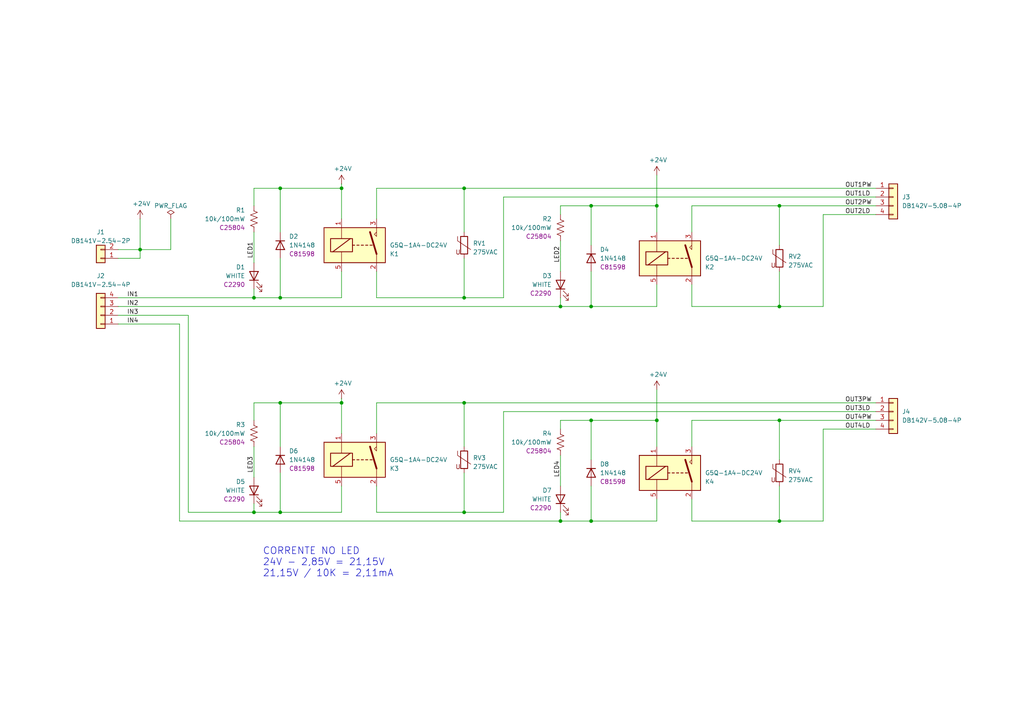
<source format=kicad_sch>
(kicad_sch (version 20250114) (generator "eeschema") (generator_version "9.0")
  (paper "A4")
  (title_block (title "4x 24V 8A Relay Module") (date "2023-05-21") (rev "V1"))
  (lib_symbols
    (symbol "Connector_Generic:Conn_01x02" (pin_names (offset 1.016) (hide yes))
      (property "Reference" "J" (at 0 2.54 0))
      (property "Value" "Conn_01x02" (at 0 -5.08 0))
      (symbol "Conn_01x02_1_1"
        (rectangle (start -1.27 1.27) (end 1.27 -3.81) (stroke (width 0.254)) (fill (type background)))
        (rectangle (start -1.27 0.127) (end 0 -0.127) (stroke (width 0.1524)))
        (rectangle (start -1.27 -2.413) (end 0 -2.667) (stroke (width 0.1524)))
        (pin passive line (at -5.08 0 0) (length 3.81) (name "Pin_1") (number "1"))
        (pin passive line (at -5.08 -2.54 0) (length 3.81) (name "Pin_2") (number "2"))
      )
    )
    (symbol "Connector_Generic:Conn_01x04" (pin_names (offset 1.016) (hide yes))
      (property "Reference" "J" (at 0 5.08 0))
      (property "Value" "Conn_01x04" (at 0 -7.62 0))
      (symbol "Conn_01x04_1_1"
        (rectangle (start -1.27 3.81) (end 1.27 -6.35) (stroke (width 0.254)) (fill (type background)))
        (rectangle (start -1.27 2.667) (end 0 2.413) (stroke (width 0.1524)))
        (rectangle (start -1.27 0.127) (end 0 -0.127) (stroke (width 0.1524)))
        (rectangle (start -1.27 -2.413) (end 0 -2.667) (stroke (width 0.1524)))
        (rectangle (start -1.27 -4.953) (end 0 -5.207) (stroke (width 0.1524)))
        (pin passive line (at -5.08 2.54 0) (length 3.81) (name "Pin_1") (number "1"))
        (pin passive line (at -5.08 0 0) (length 3.81) (name "Pin_2") (number "2"))
        (pin passive line (at -5.08 -2.54 0) (length 3.81) (name "Pin_3") (number "3"))
        (pin passive line (at -5.08 -5.08 0) (length 3.81) (name "Pin_4") (number "4"))
      )
    )
    (symbol "Device:D" (pin_numbers (hide yes)) (pin_names (offset 1.016) (hide yes))
      (property "Reference" "D" (at 0 2.54 0))
      (property "Value" "D" (at 0 -2.54 0))
      (symbol "D_0_1"
        (polyline (pts (xy -1.27 1.27) (xy -1.27 -1.27)) (stroke (width 0.254)))
        (polyline (pts (xy 1.27 1.27) (xy 1.27 -1.27) (xy -1.27 0) (xy 1.27 1.27)) (stroke (width 0.254)))
        (polyline (pts (xy 1.27 0) (xy -1.27 0)))
      )
      (symbol "D_1_1"
        (pin passive line (at -3.81 0 0) (length 2.54) (name "K") (number "1"))
        (pin passive line (at 3.81 0 180) (length 2.54) (name "A") (number "2"))
      )
    )
    (symbol "Device:LED" (pin_numbers (hide yes)) (pin_names (offset 1.016) (hide yes))
      (property "Reference" "D" (at 0 2.54 0))
      (property "Value" "LED" (at 0 -2.54 0))
      (symbol "LED_0_1"
        (polyline (pts (xy -3.048 -0.762) (xy -4.572 -2.286) (xy -3.81 -2.286) (xy -4.572 -2.286) (xy -4.572 -1.524)))
        (polyline (pts (xy -1.778 -0.762) (xy -3.302 -2.286) (xy -2.54 -2.286) (xy -3.302 -2.286) (xy -3.302 -1.524)))
        (polyline (pts (xy -1.27 0) (xy 1.27 0)))
        (polyline (pts (xy -1.27 -1.27) (xy -1.27 1.27)) (stroke (width 0.254)))
        (polyline (pts (xy 1.27 -1.27) (xy 1.27 1.27) (xy -1.27 0) (xy 1.27 -1.27)) (stroke (width 0.254)))
      )
      (symbol "LED_1_1"
        (pin passive line (at -3.81 0 0) (length 2.54) (name "K") (number "1"))
        (pin passive line (at 3.81 0 180) (length 2.54) (name "A") (number "2"))
      )
    )
    (symbol "Device:R_US" (pin_numbers (hide yes)) (pin_names (offset 0))
      (property "Reference" "R" (at 2.54 0 90))
      (property "Value" "R_US" (at -2.54 0 90))
      (symbol "R_US_0_1"
        (polyline (pts (xy 0 2.286) (xy 0 2.54)))
        (polyline (pts (xy 0 2.286) (xy 1.016 1.905) (xy 0 1.524) (xy -1.016 1.143) (xy 0 0.762)))
        (polyline (pts (xy 0 0.762) (xy 1.016 0.381) (xy 0 0) (xy -1.016 -0.381) (xy 0 -0.762)))
        (polyline (pts (xy 0 -0.762) (xy 1.016 -1.143) (xy 0 -1.524) (xy -1.016 -1.905) (xy 0 -2.286)))
        (polyline (pts (xy 0 -2.286) (xy 0 -2.54)))
      )
      (symbol "R_US_1_1"
        (pin passive line (at 0 3.81 270) (length 1.27) (name "~") (number "1"))
        (pin passive line (at 0 -3.81 90) (length 1.27) (name "~") (number "2"))
      )
    )
    (symbol "Device:Varistor" (pin_numbers (hide yes)) (pin_names (offset 0))
      (property "Reference" "RV" (at 3.175 0 90))
      (property "Value" "Varistor" (at -3.175 0 90))
      (symbol "Varistor_0_0"
        (text "U" (at -1.778 -2.032 0) (effects (font (size 1.27 1.27))))
      )
      (symbol "Varistor_0_1"
        (polyline (pts (xy -1.905 2.54) (xy -1.905 1.27) (xy 1.905 -1.27)))
        (rectangle (start -1.016 -2.54) (end 1.016 2.54) (stroke (width 0.254)))
      )
      (symbol "Varistor_1_1"
        (pin passive line (at 0 3.81 270) (length 1.27) (name "~") (number "1"))
        (pin passive line (at 0 -3.81 90) (length 1.27) (name "~") (number "2"))
      )
    )
    (symbol "Tales:G5Q-1A"
      (property "Reference" "K" (at 8.89 3.81 0))
      (property "Value" "G5Q-1A" (at 8.89 1.27 0))
      (symbol "G5Q-1A_0_0"
        (polyline (pts (xy 5.08 5.08) (xy 5.08 2.54) (xy 4.445 3.175) (xy 5.08 3.81)))
      )
      (symbol "G5Q-1A_0_1"
        (rectangle (start -10.16 5.08) (end 7.62 -5.08) (stroke (width 0.254)) (fill (type background)))
        (rectangle (start -8.255 1.905) (end -1.905 -1.905) (stroke (width 0.254)))
        (polyline (pts (xy -7.62 -1.905) (xy -2.54 1.905)) (stroke (width 0.254)))
        (polyline (pts (xy -5.08 5.08) (xy -5.08 1.905)))
        (polyline (pts (xy -5.08 -5.08) (xy -5.08 -1.905)))
        (polyline (pts (xy -1.905 0) (xy -1.27 0)) (stroke (width 0.254)))
        (polyline (pts (xy -0.635 0) (xy 0 0)) (stroke (width 0.254)))
        (polyline (pts (xy 0.635 0) (xy 1.27 0)) (stroke (width 0.254)))
        (polyline (pts (xy 1.905 0) (xy 2.54 0)) (stroke (width 0.254)))
        (polyline (pts (xy 3.175 0) (xy 3.81 0)) (stroke (width 0.254)))
        (polyline (pts (xy 5.08 -2.54) (xy 3.175 3.81)) (stroke (width 0.508)))
        (polyline (pts (xy 5.08 -2.54) (xy 5.08 -5.08)))
      )
      (symbol "G5Q-1A_1_1"
        (pin passive line (at -5.08 7.62 270) (length 2.54) (name "~") (number "1"))
        (pin passive line (at -5.08 -7.62 90) (length 2.54) (name "~") (number "5"))
        (pin passive line (at 5.08 7.62 270) (length 2.54) (name "~") (number "3"))
        (pin passive line (at 5.08 -7.62 90) (length 2.54) (name "~") (number "2"))
      )
    )
    (symbol "power:+24V" (power) (pin_numbers (hide yes)) (pin_names (offset 0) (hide yes))
      (property "Value" "+24V" (at 0 3.556 0))
      (symbol "+24V_0_1"
        (polyline (pts (xy -0.762 1.27) (xy 0 2.54)))
        (polyline (pts (xy 0 2.54) (xy 0.762 1.27)))
        (polyline (pts (xy 0 0) (xy 0 2.54)))
      )
      (symbol "+24V_1_1"
        (pin power_in line (at 0 0 90) (length 0) (name "~") (number "1"))
      )
    )
    (symbol "power:PWR_FLAG" (power) (pin_numbers (hide yes)) (pin_names (offset 0) (hide yes))
      (property "Value" "PWR_FLAG" (at 0 3.81 0))
      (symbol "PWR_FLAG_0_0"
        (pin power_out line (at 0 0 90) (length 0) (name "~") (number "1"))
      )
      (symbol "PWR_FLAG_0_1"
        (polyline (pts (xy 0 0) (xy 0 1.27) (xy -1.016 1.905) (xy 0 2.54) (xy 1.016 1.905) (xy 0 1.27)))
      )
    )
  )
  (text "CORRENTE NO LED\n24V - 2,85V = 21,15V\n21,15V / 10K = 2,11mA" (at 76.2 158.75 0) (effects (font (size 2 2)) (justify left top)))
  (junction (at 134.62 54.61))
  (junction (at 73.66 148.59))
  (junction (at 190.5 59.69))
  (junction (at 171.45 88.9))
  (junction (at 226.06 88.9))
  (junction (at 134.62 116.84))
  (junction (at 171.45 121.92))
  (junction (at 226.06 121.92))
  (junction (at 81.28 148.59))
  (junction (at 99.06 116.84))
  (junction (at 81.28 116.84))
  (junction (at 134.62 86.36))
  (junction (at 81.28 54.61))
  (junction (at 99.06 54.61))
  (junction (at 226.06 151.13))
  (junction (at 162.56 88.9))
  (junction (at 162.56 151.13))
  (junction (at 171.45 151.13))
  (junction (at 40.64 72.39))
  (junction (at 190.5 121.92))
  (junction (at 134.62 148.59))
  (junction (at 81.28 86.36))
  (junction (at 171.45 59.69))
  (junction (at 226.06 59.69))
  (junction (at 73.66 86.36))
  (wire (pts (xy 73.66 86.36) (xy 81.28 86.36)))
  (wire (pts (xy 134.62 148.59) (xy 109.22 148.59)))
  (wire (pts (xy 54.61 148.59) (xy 73.66 148.59)))
  (wire (pts (xy 99.06 115.57) (xy 99.06 116.84)))
  (wire (pts (xy 162.56 69.85) (xy 162.56 78.74)))
  (wire (pts (xy 99.06 140.97) (xy 99.06 148.59)))
  (wire (pts (xy 73.66 146.05) (xy 73.66 148.59)))
  (wire (pts (xy 146.05 57.15) (xy 146.05 86.36)))
  (wire (pts (xy 134.62 116.84) (xy 254 116.84)))
  (wire (pts (xy 171.45 140.97) (xy 171.45 151.13)))
  (wire (pts (xy 171.45 88.9) (xy 190.5 88.9)))
  (wire (pts (xy 200.66 121.92) (xy 200.66 129.54)))
  (wire (pts (xy 81.28 67.31) (xy 81.28 54.61)))
  (wire (pts (xy 190.5 82.55) (xy 190.5 88.9)))
  (wire (pts (xy 34.29 88.9) (xy 162.56 88.9)))
  (wire (pts (xy 40.64 63.5) (xy 40.64 72.39)))
  (wire (pts (xy 34.29 86.36) (xy 73.66 86.36)))
  (wire (pts (xy 162.56 121.92) (xy 162.56 124.46)))
  (wire (pts (xy 200.66 59.69) (xy 200.66 67.31)))
  (wire (pts (xy 34.29 72.39) (xy 40.64 72.39)))
  (wire (pts (xy 134.62 86.36) (xy 109.22 86.36)))
  (wire (pts (xy 146.05 148.59) (xy 134.62 148.59)))
  (wire (pts (xy 134.62 54.61) (xy 254 54.61)))
  (wire (pts (xy 190.5 50.8) (xy 190.5 59.69)))
  (wire (pts (xy 81.28 54.61) (xy 99.06 54.61)))
  (wire (pts (xy 226.06 59.69) (xy 254 59.69)))
  (wire (pts (xy 54.61 148.59) (xy 54.61 91.44)))
  (wire (pts (xy 73.66 116.84) (xy 73.66 121.92)))
  (wire (pts (xy 238.76 124.46) (xy 254 124.46)))
  (wire (pts (xy 73.66 116.84) (xy 81.28 116.84)))
  (wire (pts (xy 190.5 121.92) (xy 190.5 129.54)))
  (wire (pts (xy 162.56 151.13) (xy 171.45 151.13)))
  (wire (pts (xy 200.66 59.69) (xy 226.06 59.69)))
  (wire (pts (xy 226.06 88.9) (xy 200.66 88.9)))
  (wire (pts (xy 226.06 78.74) (xy 226.06 88.9)))
  (wire (pts (xy 99.06 78.74) (xy 99.06 86.36)))
  (wire (pts (xy 171.45 59.69) (xy 190.5 59.69)))
  (wire (pts (xy 73.66 54.61) (xy 81.28 54.61)))
  (wire (pts (xy 171.45 71.12) (xy 171.45 59.69)))
  (wire (pts (xy 162.56 59.69) (xy 171.45 59.69)))
  (wire (pts (xy 73.66 54.61) (xy 73.66 59.69)))
  (wire (pts (xy 146.05 119.38) (xy 254 119.38)))
  (wire (pts (xy 171.45 133.35) (xy 171.45 121.92)))
  (wire (pts (xy 226.06 121.92) (xy 226.06 133.35)))
  (wire (pts (xy 52.07 151.13) (xy 162.56 151.13)))
  (wire (pts (xy 171.45 121.92) (xy 190.5 121.92)))
  (wire (pts (xy 109.22 116.84) (xy 134.62 116.84)))
  (wire (pts (xy 99.06 54.61) (xy 99.06 63.5)))
  (wire (pts (xy 54.61 91.44) (xy 34.29 91.44)))
  (wire (pts (xy 200.66 121.92) (xy 226.06 121.92)))
  (wire (pts (xy 226.06 59.69) (xy 226.06 71.12)))
  (wire (pts (xy 73.66 67.31) (xy 73.66 76.2)))
  (wire (pts (xy 190.5 144.78) (xy 190.5 151.13)))
  (wire (pts (xy 109.22 116.84) (xy 109.22 125.73)))
  (wire (pts (xy 99.06 53.34) (xy 99.06 54.61)))
  (wire (pts (xy 162.56 121.92) (xy 171.45 121.92)))
  (wire (pts (xy 109.22 78.74) (xy 109.22 86.36)))
  (wire (pts (xy 134.62 137.16) (xy 134.62 148.59)))
  (wire (pts (xy 190.5 113.03) (xy 190.5 121.92)))
  (wire (pts (xy 238.76 88.9) (xy 226.06 88.9)))
  (wire (pts (xy 134.62 74.93) (xy 134.62 86.36)))
  (wire (pts (xy 200.66 144.78) (xy 200.66 151.13)))
  (wire (pts (xy 238.76 62.23) (xy 238.76 88.9)))
  (wire (pts (xy 81.28 116.84) (xy 99.06 116.84)))
  (wire (pts (xy 81.28 137.16) (xy 81.28 148.59)))
  (wire (pts (xy 146.05 57.15) (xy 254 57.15)))
  (wire (pts (xy 162.56 86.36) (xy 162.56 88.9)))
  (wire (pts (xy 81.28 129.54) (xy 81.28 116.84)))
  (wire (pts (xy 81.28 148.59) (xy 99.06 148.59)))
  (wire (pts (xy 34.29 74.93) (xy 40.64 74.93)))
  (wire (pts (xy 171.45 78.74) (xy 171.45 88.9)))
  (wire (pts (xy 238.76 151.13) (xy 226.06 151.13)))
  (wire (pts (xy 162.56 148.59) (xy 162.56 151.13)))
  (wire (pts (xy 200.66 82.55) (xy 200.66 88.9)))
  (wire (pts (xy 238.76 124.46) (xy 238.76 151.13)))
  (wire (pts (xy 254 62.23) (xy 238.76 62.23)))
  (wire (pts (xy 52.07 93.98) (xy 34.29 93.98)))
  (wire (pts (xy 109.22 54.61) (xy 109.22 63.5)))
  (wire (pts (xy 49.53 63.5) (xy 49.53 72.39)))
  (wire (pts (xy 49.53 72.39) (xy 40.64 72.39)))
  (wire (pts (xy 73.66 129.54) (xy 73.66 138.43)))
  (wire (pts (xy 171.45 151.13) (xy 190.5 151.13)))
  (wire (pts (xy 226.06 121.92) (xy 254 121.92)))
  (wire (pts (xy 81.28 86.36) (xy 99.06 86.36)))
  (wire (pts (xy 190.5 59.69) (xy 190.5 67.31)))
  (wire (pts (xy 73.66 148.59) (xy 81.28 148.59)))
  (wire (pts (xy 162.56 88.9) (xy 171.45 88.9)))
  (wire (pts (xy 52.07 151.13) (xy 52.07 93.98)))
  (wire (pts (xy 226.06 151.13) (xy 200.66 151.13)))
  (wire (pts (xy 162.56 132.08) (xy 162.56 140.97)))
  (wire (pts (xy 99.06 116.84) (xy 99.06 125.73)))
  (wire (pts (xy 134.62 116.84) (xy 134.62 129.54)))
  (wire (pts (xy 109.22 54.61) (xy 134.62 54.61)))
  (wire (pts (xy 146.05 86.36) (xy 134.62 86.36)))
  (wire (pts (xy 146.05 119.38) (xy 146.05 148.59)))
  (wire (pts (xy 162.56 59.69) (xy 162.56 62.23)))
  (wire (pts (xy 73.66 83.82) (xy 73.66 86.36)))
  (wire (pts (xy 81.28 74.93) (xy 81.28 86.36)))
  (wire (pts (xy 226.06 140.97) (xy 226.06 151.13)))
  (wire (pts (xy 40.64 74.93) (xy 40.64 72.39)))
  (wire (pts (xy 134.62 54.61) (xy 134.62 67.31)))
  (wire (pts (xy 109.22 140.97) (xy 109.22 148.59)))
  (label "IN2" (at 36.83 88.9 0))
  (label "IN4" (at 36.83 93.98 0))
  (label "IN3" (at 36.83 91.44 0))
  (label "IN1" (at 36.83 86.36 0))
  (label "LED3" (at 73.66 137.16 90))
  (label "LED2" (at 162.56 76.2 90))
  (label "LED1" (at 73.66 74.93 90))
  (label "LED4" (at 162.56 138.43 90))
  (label "OUT4LD" (at 245.11 124.46 0))
  (label "OUT3PW" (at 245.11 116.84 0))
  (label "OUT3LD" (at 245.11 119.38 0))
  (label "OUT4PW" (at 245.11 121.92 0))
  (label "OUT2LD" (at 245.11 62.23 0))
  (label "OUT1PW" (at 245.11 54.61 0))
  (label "OUT1LD" (at 245.11 57.15 0))
  (label "OUT2PW" (at 245.11 59.69 0))
  (symbol (lib_id "Connector_Generic:Conn_01x02") (at 29.21 74.93 180) (unit 1)
    (property "Reference" "J1" (at 29.21 67.31 0))
    (property "Value" "DB141V-2.54-2P" (at 29.21 69.85 0))
    (property "Footprint" "Tales:TerminalBlock_Dibo_DB141V-2.54-2P_1x02_P2.54mm_Vertical" (effects (hide yes)))
    (property "Description" "Generic connector, single row, 01x02, script generated (kicad-library-utils/schlib/autogen/connector/)" (effects (hide yes)))
    (property "JLCPCB BOM" "1" (effects (hide yes)))
    (property "Vendor" "JLCPCB" (effects (hide yes)))
  )
  (symbol (lib_id "power:+24V") (at 99.06 53.34 0) (unit 1)
    (property "Reference" "#PWR0103" (effects (hide yes)))
    (property "Value" "+24V" (at 99.441 48.9458 0))
    (property "Description" "Power symbol creates a global label with name \"+24V\"" (effects (hide yes)))
  )
  (symbol (lib_id "Device:LED") (at 162.56 144.78 90) (unit 1)
    (property "Reference" "D7" (at 160.02 142.24 90) (effects (justify left)))
    (property "Value" "WHITE" (at 160.02 144.78 90) (effects (justify left)))
    (property "Footprint" "Tales:LED_0603_1608Metric" (effects (hide yes)))
    (property "Description" "Light emitting diode" (effects (hide yes)))
    (property "Mfr" "Hubei KENTO Elec" (effects (hide yes)))
    (property "Mfr PN" "KT-0603W" (effects (hide yes)))
    (property "Vendor" "JLCPCB" (effects (hide yes)))
    (property "Vendor PN" "C2290" (effects (hide yes)))
    (property "LCSC Part #" "C2290" (at 160.02 147.32 90) (effects (justify left)))
    (property "JLCPCB BOM" "1" (effects (hide yes)))
    (property "Package" "0603/1608" (effects (hide yes)))
    (property "Sim.Pins" "1=K 2=A" (effects (hide yes)))
  )
  (symbol (lib_id "Tales:G5Q-1A") (at 104.14 133.35 0) (unit 1)
    (property "Reference" "K3" (at 113.03 135.89 0) (effects (justify left)))
    (property "Value" "G5Q-1A4-DC24V" (at 113.03 133.35 0) (effects (justify left)))
    (property "Footprint" "Tales:Relay_SPST_Omron-G5Q-1A" (effects (hide yes)))
    (property "Description" "Omron G5Q relay, Compact Single Pole, SPST-NO, 10A" (effects (hide yes)))
    (property "Mfr" "Omron Electronics" (effects (hide yes)))
    (property "Mfr PN" "G5Q-1A4-DC24V" (effects (hide yes)))
    (property "Vendor" "JLCPCB" (effects (hide yes)))
    (property "Vendor PN" "C2931104" (effects (hide yes)))
    (property "JLCPCB BOM" "1" (effects (hide yes)))
    (property "LCSC Part #" "C2931104" (effects (hide yes)))
  )
  (symbol (lib_id "Device:D") (at 81.28 71.12 270) (unit 1)
    (property "Reference" "D2" (at 83.82 68.5799 90) (effects (justify left)))
    (property "Value" "1N4148" (at 83.82 71.1199 90) (effects (justify left)))
    (property "Footprint" "Tales:D_SOD-123" (effects (hide yes)))
    (property "Description" "Diode" (effects (hide yes)))
    (property "Vendor" "JLCPCB" (effects (hide yes)))
    (property "Mfr" "Semtech" (effects (hide yes)))
    (property "Mfr PN" "1N4148W" (effects (hide yes)))
    (property "Vendor PN" "C81598" (effects (hide yes)))
    (property "LCSC Part #" "C81598" (at 83.82 73.6599 90) (effects (justify left)))
    (property "JLCPCB BOM" "1" (effects (hide yes)))
    (property "Package" "SOD-123" (effects (hide yes)))
    (property "Sim.Device" "D" (effects (hide yes)))
    (property "Sim.Pins" "1=K 2=A" (effects (hide yes)))
  )
  (symbol (lib_id "Device:R_US") (at 73.66 63.5 0) (unit 1)
    (property "Reference" "R1" (at 71.12 60.96 0) (effects (justify right)))
    (property "Value" "10k/100mW" (at 71.12 63.5 0) (effects (justify right)))
    (property "Footprint" "Tales:R_0603_1608Metric" (effects (hide yes)))
    (property "Description" "Resistor, US symbol" (effects (hide yes)))
    (property "Mfr" "UNI-ROYAL(Uniroyal Elec)" (effects (hide yes)))
    (property "Vendor" "JLCPCB" (effects (hide yes)))
    (property "Mfr PN" "0603WAF1002T5E" (effects (hide yes)))
    (property "Vendor PN" "C25804" (effects (hide yes)))
    (property "LCSC Part #" "C25804" (at 71.12 66.04 0) (effects (justify right)))
    (property "JLCPCB BOM" "1" (effects (hide yes)))
    (property "Package" "0603/1608" (effects (hide yes)))
  )
  (symbol (lib_id "power:+24V") (at 190.5 50.8 0) (unit 1)
    (property "Reference" "#PWR0101" (effects (hide yes)))
    (property "Value" "+24V" (at 190.881 46.4058 0))
    (property "Description" "Power symbol creates a global label with name \"+24V\"" (effects (hide yes)))
  )
  (symbol (lib_id "Connector_Generic:Conn_01x04") (at 29.21 91.44 180) (unit 1)
    (property "Reference" "J2" (at 29.21 80.01 0))
    (property "Value" "DB141V-2.54-4P" (at 29.21 82.55 0))
    (property "Footprint" "Tales:TerminalBlock_Dibo_DB141V-2.54-4P_1x04_P2.54mm_Vertical" (effects (hide yes)))
    (property "Description" "Generic connector, single row, 01x04, script generated (kicad-library-utils/schlib/autogen/connector/)" (effects (hide yes)))
    (property "JLCPCB BOM" "1" (effects (hide yes)))
    (property "Vendor" "JLCPCB" (effects (hide yes)))
  )
  (symbol (lib_id "power:PWR_FLAG") (at 49.53 63.5 0) (unit 1)
    (property "Reference" "#FLG0101" (effects (hide yes)))
    (property "Value" "PWR_FLAG" (at 49.53 59.69 0))
    (property "Description" "Special symbol for telling ERC where power comes from" (effects (hide yes)))
  )
  (symbol (lib_id "Device:LED") (at 73.66 142.24 90) (unit 1)
    (property "Reference" "D5" (at 71.12 139.7 90) (effects (justify left)))
    (property "Value" "WHITE" (at 71.12 142.24 90) (effects (justify left)))
    (property "Footprint" "Tales:LED_0603_1608Metric" (effects (hide yes)))
    (property "Description" "Light emitting diode" (effects (hide yes)))
    (property "Mfr" "Hubei KENTO Elec" (effects (hide yes)))
    (property "Mfr PN" "KT-0603W" (effects (hide yes)))
    (property "Vendor" "JLCPCB" (effects (hide yes)))
    (property "Vendor PN" "C2290" (effects (hide yes)))
    (property "LCSC Part #" "C2290" (at 71.12 144.78 90) (effects (justify left)))
    (property "JLCPCB BOM" "1" (effects (hide yes)))
    (property "Package" "0603/1608" (effects (hide yes)))
    (property "Sim.Pins" "1=K 2=A" (effects (hide yes)))
  )
  (symbol (lib_id "Device:R_US") (at 73.66 125.73 0) (unit 1)
    (property "Reference" "R3" (at 71.12 123.19 0) (effects (justify right)))
    (property "Value" "10k/100mW" (at 71.12 125.73 0) (effects (justify right)))
    (property "Footprint" "Tales:R_0603_1608Metric" (effects (hide yes)))
    (property "Description" "Resistor, US symbol" (effects (hide yes)))
    (property "Mfr" "UNI-ROYAL(Uniroyal Elec)" (effects (hide yes)))
    (property "Vendor" "JLCPCB" (effects (hide yes)))
    (property "Mfr PN" "0603WAF1002T5E" (effects (hide yes)))
    (property "Vendor PN" "C25804" (effects (hide yes)))
    (property "LCSC Part #" "C25804" (at 71.12 128.27 0) (effects (justify right)))
    (property "JLCPCB BOM" "1" (effects (hide yes)))
    (property "Package" "0603/1608" (effects (hide yes)))
  )
  (symbol (lib_id "Tales:G5Q-1A") (at 195.58 137.16 0) (unit 1)
    (property "Reference" "K4" (at 204.47 139.7 0) (effects (justify left)))
    (property "Value" "G5Q-1A4-DC24V" (at 204.47 137.16 0) (effects (justify left)))
    (property "Footprint" "Tales:Relay_SPST_Omron-G5Q-1A" (effects (hide yes)))
    (property "Description" "Omron G5Q relay, Compact Single Pole, SPST-NO, 10A" (effects (hide yes)))
    (property "Mfr" "Omron Electronics" (effects (hide yes)))
    (property "Mfr PN" "G5Q-1A4-DC24V" (effects (hide yes)))
    (property "Vendor" "JLCPCB" (effects (hide yes)))
    (property "Vendor PN" "C2931104" (effects (hide yes)))
    (property "JLCPCB BOM" "1" (effects (hide yes)))
    (property "LCSC Part #" "C2931104" (effects (hide yes)))
  )
  (symbol (lib_id "Tales:G5Q-1A") (at 104.14 71.12 0) (unit 1)
    (property "Reference" "K1" (at 113.03 73.66 0) (effects (justify left)))
    (property "Value" "G5Q-1A4-DC24V" (at 113.03 71.12 0) (effects (justify left)))
    (property "Footprint" "Tales:Relay_SPST_Omron-G5Q-1A" (effects (hide yes)))
    (property "Description" "Omron G5Q relay, Compact Single Pole, SPST-NO, 10A" (effects (hide yes)))
    (property "Mfr" "Omron Electronics" (effects (hide yes)))
    (property "Mfr PN" "G5Q-1A4-DC24V" (effects (hide yes)))
    (property "Vendor" "JLCPCB" (effects (hide yes)))
    (property "Vendor PN" "C2931104" (effects (hide yes)))
    (property "JLCPCB BOM" "1" (effects (hide yes)))
    (property "LCSC Part #" "C2931104" (effects (hide yes)))
  )
  (symbol (lib_id "power:+24V") (at 190.5 113.03 0) (unit 1)
    (property "Reference" "#PWR0105" (effects (hide yes)))
    (property "Value" "+24V" (at 190.881 108.6358 0))
    (property "Description" "Power symbol creates a global label with name \"+24V\"" (effects (hide yes)))
  )
  (symbol (lib_id "Device:Varistor") (at 226.06 137.16 0) (unit 1)
    (property "Reference" "RV4" (at 228.6 136.6242 0) (effects (justify left)))
    (property "Value" "275VAC" (at 228.6 139.1642 0) (effects (justify left)))
    (property "Footprint" "Tales:RV_Disc_D9.50mm_W3.6mm_P5.08mm" (effects (hide yes)))
    (property "Description" "Voltage dependent resistor" (effects (hide yes)))
    (property "Mfr" "Dersonic" (effects (hide yes)))
    (property "Mfr PN" "RM07D431KC1IE100" (effects (hide yes)))
    (property "Technology" "MOV" (effects (hide yes)))
    (property "Vendor" "JLCPCB" (effects (hide yes)))
    (property "Vendor PN" "C2761646" (effects (hide yes)))
    (property "JLCPCB BOM" "1" (effects (hide yes)))
    (property "Package" "9.5X5.08mm" (effects (hide yes)))
    (property "LCSC Part #" "C2761646" (effects (hide yes)))
    (property "Sim.Name" "kicad_builtin_varistor" (effects (hide yes)))
    (property "Sim.Device" "SUBCKT" (effects (hide yes)))
    (property "Sim.Pins" "1=A 2=B" (effects (hide yes)))
    (property "Sim.Params" "threshold=1k" (effects (hide yes)))
    (property "Sim.Library" "${KICAD9_SYMBOL_DIR}/Simulation_SPICE.sp" (effects (hide yes)))
  )
  (symbol (lib_id "Device:R_US") (at 162.56 128.27 0) (unit 1)
    (property "Reference" "R4" (at 160.02 125.73 0) (effects (justify right)))
    (property "Value" "10k/100mW" (at 160.02 128.27 0) (effects (justify right)))
    (property "Footprint" "Tales:R_0603_1608Metric" (effects (hide yes)))
    (property "Description" "Resistor, US symbol" (effects (hide yes)))
    (property "Mfr" "UNI-ROYAL(Uniroyal Elec)" (effects (hide yes)))
    (property "Vendor" "JLCPCB" (effects (hide yes)))
    (property "Mfr PN" "0603WAF1002T5E" (effects (hide yes)))
    (property "Vendor PN" "C25804" (effects (hide yes)))
    (property "LCSC Part #" "C25804" (at 160.02 130.81 0) (effects (justify right)))
    (property "JLCPCB BOM" "1" (effects (hide yes)))
    (property "Package" "0603/1608" (effects (hide yes)))
  )
  (symbol (lib_id "Device:LED") (at 73.66 80.01 90) (unit 1)
    (property "Reference" "D1" (at 71.12 77.47 90) (effects (justify left)))
    (property "Value" "WHITE" (at 71.12 80.01 90) (effects (justify left)))
    (property "Footprint" "Tales:LED_0603_1608Metric" (effects (hide yes)))
    (property "Description" "Light emitting diode" (effects (hide yes)))
    (property "Mfr" "Hubei KENTO Elec" (effects (hide yes)))
    (property "Mfr PN" "KT-0603W" (effects (hide yes)))
    (property "Vendor" "JLCPCB" (effects (hide yes)))
    (property "Vendor PN" "C2290" (effects (hide yes)))
    (property "LCSC Part #" "C2290" (at 71.12 82.55 90) (effects (justify left)))
    (property "JLCPCB BOM" "1" (effects (hide yes)))
    (property "Package" "0603/1608" (effects (hide yes)))
    (property "Sim.Pins" "1=K 2=A" (effects (hide yes)))
  )
  (symbol (lib_id "Device:Varistor") (at 226.06 74.93 0) (unit 1)
    (property "Reference" "RV2" (at 228.6 74.3942 0) (effects (justify left)))
    (property "Value" "275VAC" (at 228.6 76.9342 0) (effects (justify left)))
    (property "Footprint" "Tales:RV_Disc_D9.50mm_W3.6mm_P5.08mm" (effects (hide yes)))
    (property "Description" "Voltage dependent resistor" (effects (hide yes)))
    (property "Mfr" "Dersonic" (effects (hide yes)))
    (property "Mfr PN" "RM07D431KC1IE100" (effects (hide yes)))
    (property "Technology" "MOV" (effects (hide yes)))
    (property "Vendor" "JLCPCB" (effects (hide yes)))
    (property "Vendor PN" "C2761646" (effects (hide yes)))
    (property "JLCPCB BOM" "1" (effects (hide yes)))
    (property "Package" "9.5X5.08mm" (effects (hide yes)))
    (property "LCSC Part #" "C2761646" (effects (hide yes)))
    (property "Sim.Name" "kicad_builtin_varistor" (effects (hide yes)))
    (property "Sim.Device" "SUBCKT" (effects (hide yes)))
    (property "Sim.Pins" "1=A 2=B" (effects (hide yes)))
    (property "Sim.Params" "threshold=1k" (effects (hide yes)))
    (property "Sim.Library" "${KICAD9_SYMBOL_DIR}/Simulation_SPICE.sp" (effects (hide yes)))
  )
  (symbol (lib_id "Connector_Generic:Conn_01x04") (at 259.08 119.38 0) (unit 1)
    (property "Reference" "J4" (at 261.62 119.3799 0) (effects (justify left)))
    (property "Value" "DB142V-5.08-4P" (at 261.62 121.9199 0) (effects (justify left)))
    (property "Footprint" "Tales:TerminalBlock_Dibo_DB142V-5.08-4P_1x04_P5.08mm_Vertical" (effects (hide yes)))
    (property "Description" "Generic connector, single row, 01x04, script generated (kicad-library-utils/schlib/autogen/connector/)" (effects (hide yes)))
    (property "JLCPCB BOM" "1" (effects (hide yes)))
    (property "LCSC Part #" "C2898701" (effects (hide yes)))
    (property "Mfr" "DORABO" (effects (hide yes)))
    (property "Mfr PN" "DB142V-5.08-4P-GN" (effects (hide yes)))
    (property "Vendor" "JLCPCB" (effects (hide yes)))
    (property "Vendor PN" "C2898701" (effects (hide yes)))
  )
  (symbol (lib_id "Connector_Generic:Conn_01x04") (at 259.08 57.15 0) (unit 1)
    (property "Reference" "J3" (at 261.62 57.1499 0) (effects (justify left)))
    (property "Value" "DB142V-5.08-4P" (at 261.62 59.6899 0) (effects (justify left)))
    (property "Footprint" "Tales:TerminalBlock_Dibo_DB142V-5.08-4P_1x04_P5.08mm_Vertical" (effects (hide yes)))
    (property "Description" "Generic connector, single row, 01x04, script generated (kicad-library-utils/schlib/autogen/connector/)" (effects (hide yes)))
    (property "JLCPCB BOM" "1" (effects (hide yes)))
    (property "LCSC Part #" "C2898701" (effects (hide yes)))
    (property "Mfr" "DORABO" (effects (hide yes)))
    (property "Mfr PN" "DB142V-5.08-4P-GN" (effects (hide yes)))
    (property "Vendor" "JLCPCB" (effects (hide yes)))
    (property "Vendor PN" "C2898701" (effects (hide yes)))
  )
  (symbol (lib_id "Device:R_US") (at 162.56 66.04 0) (unit 1)
    (property "Reference" "R2" (at 160.02 63.5 0) (effects (justify right)))
    (property "Value" "10k/100mW" (at 160.02 66.04 0) (effects (justify right)))
    (property "Footprint" "Tales:R_0603_1608Metric" (effects (hide yes)))
    (property "Description" "Resistor, US symbol" (effects (hide yes)))
    (property "Mfr" "UNI-ROYAL(Uniroyal Elec)" (effects (hide yes)))
    (property "Vendor" "JLCPCB" (effects (hide yes)))
    (property "Mfr PN" "0603WAF1002T5E" (effects (hide yes)))
    (property "Vendor PN" "C25804" (effects (hide yes)))
    (property "LCSC Part #" "C25804" (at 160.02 68.58 0) (effects (justify right)))
    (property "JLCPCB BOM" "1" (effects (hide yes)))
    (property "Package" "0603/1608" (effects (hide yes)))
  )
  (symbol (lib_id "power:+24V") (at 99.06 115.57 0) (unit 1)
    (property "Reference" "#PWR0104" (effects (hide yes)))
    (property "Value" "+24V" (at 99.441 111.1758 0))
    (property "Description" "Power symbol creates a global label with name \"+24V\"" (effects (hide yes)))
  )
  (symbol (lib_id "Device:D") (at 171.45 137.16 270) (unit 1)
    (property "Reference" "D8" (at 173.99 134.6199 90) (effects (justify left)))
    (property "Value" "1N4148" (at 173.99 137.1599 90) (effects (justify left)))
    (property "Footprint" "Tales:D_SOD-123" (effects (hide yes)))
    (property "Description" "Diode" (effects (hide yes)))
    (property "Vendor" "JLCPCB" (effects (hide yes)))
    (property "Mfr" "Semtech" (effects (hide yes)))
    (property "Mfr PN" "1N4148W" (effects (hide yes)))
    (property "Vendor PN" "C81598" (effects (hide yes)))
    (property "LCSC Part #" "C81598" (at 173.99 139.6999 90) (effects (justify left)))
    (property "JLCPCB BOM" "1" (effects (hide yes)))
    (property "Package" "SOD-123" (effects (hide yes)))
    (property "Sim.Device" "D" (effects (hide yes)))
    (property "Sim.Pins" "1=K 2=A" (effects (hide yes)))
  )
  (symbol (lib_id "power:+24V") (at 40.64 63.5 0) (unit 1)
    (property "Reference" "#PWR0102" (effects (hide yes)))
    (property "Value" "+24V" (at 41.021 59.1058 0))
    (property "Description" "Power symbol creates a global label with name \"+24V\"" (effects (hide yes)))
  )
  (symbol (lib_id "Device:D") (at 81.28 133.35 270) (unit 1)
    (property "Reference" "D6" (at 83.82 130.8099 90) (effects (justify left)))
    (property "Value" "1N4148" (at 83.82 133.3499 90) (effects (justify left)))
    (property "Footprint" "Tales:D_SOD-123" (effects (hide yes)))
    (property "Description" "Diode" (effects (hide yes)))
    (property "Vendor" "JLCPCB" (effects (hide yes)))
    (property "Mfr" "Semtech" (effects (hide yes)))
    (property "Mfr PN" "1N4148W" (effects (hide yes)))
    (property "Vendor PN" "C81598" (effects (hide yes)))
    (property "LCSC Part #" "C81598" (at 83.82 135.8899 90) (effects (justify left)))
    (property "JLCPCB BOM" "1" (effects (hide yes)))
    (property "Package" "SOD-123" (effects (hide yes)))
    (property "Sim.Device" "D" (effects (hide yes)))
    (property "Sim.Pins" "1=K 2=A" (effects (hide yes)))
  )
  (symbol (lib_id "Device:LED") (at 162.56 82.55 90) (unit 1)
    (property "Reference" "D3" (at 160.02 80.01 90) (effects (justify left)))
    (property "Value" "WHITE" (at 160.02 82.55 90) (effects (justify left)))
    (property "Footprint" "Tales:LED_0603_1608Metric" (effects (hide yes)))
    (property "Description" "Light emitting diode" (effects (hide yes)))
    (property "Mfr" "Hubei KENTO Elec" (effects (hide yes)))
    (property "Mfr PN" "KT-0603W" (effects (hide yes)))
    (property "Vendor" "JLCPCB" (effects (hide yes)))
    (property "Vendor PN" "C2290" (effects (hide yes)))
    (property "LCSC Part #" "C2290" (at 160.02 85.09 90) (effects (justify left)))
    (property "JLCPCB BOM" "1" (effects (hide yes)))
    (property "Package" "0603/1608" (effects (hide yes)))
    (property "Sim.Pins" "1=K 2=A" (effects (hide yes)))
  )
  (symbol (lib_id "Device:D") (at 171.45 74.93 270) (unit 1)
    (property "Reference" "D4" (at 173.99 72.3899 90) (effects (justify left)))
    (property "Value" "1N4148" (at 173.99 74.9299 90) (effects (justify left)))
    (property "Footprint" "Tales:D_SOD-123" (effects (hide yes)))
    (property "Description" "Diode" (effects (hide yes)))
    (property "Vendor" "JLCPCB" (effects (hide yes)))
    (property "Mfr" "Semtech" (effects (hide yes)))
    (property "Mfr PN" "1N4148W" (effects (hide yes)))
    (property "Vendor PN" "C81598" (effects (hide yes)))
    (property "LCSC Part #" "C81598" (at 173.99 77.4699 90) (effects (justify left)))
    (property "JLCPCB BOM" "1" (effects (hide yes)))
    (property "Package" "SOD-123" (effects (hide yes)))
    (property "Sim.Device" "D" (effects (hide yes)))
    (property "Sim.Pins" "1=K 2=A" (effects (hide yes)))
  )
  (symbol (lib_id "Device:Varistor") (at 134.62 71.12 0) (unit 1)
    (property "Reference" "RV1" (at 137.16 70.5842 0) (effects (justify left)))
    (property "Value" "275VAC" (at 137.16 73.1242 0) (effects (justify left)))
    (property "Footprint" "Tales:RV_Disc_D9.50mm_W3.6mm_P5.08mm" (effects (hide yes)))
    (property "Description" "Voltage dependent resistor" (effects (hide yes)))
    (property "Mfr" "Dersonic" (effects (hide yes)))
    (property "Mfr PN" "RM07D431KC1IE100" (effects (hide yes)))
    (property "Technology" "MOV" (effects (hide yes)))
    (property "Vendor" "JLCPCB" (effects (hide yes)))
    (property "Vendor PN" "C2761646" (effects (hide yes)))
    (property "JLCPCB BOM" "1" (effects (hide yes)))
    (property "Package" "9.5X5.08mm" (effects (hide yes)))
    (property "LCSC Part #" "C2761646" (effects (hide yes)))
    (property "Sim.Name" "kicad_builtin_varistor" (effects (hide yes)))
    (property "Sim.Device" "SUBCKT" (effects (hide yes)))
    (property "Sim.Pins" "1=A 2=B" (effects (hide yes)))
    (property "Sim.Params" "threshold=1k" (effects (hide yes)))
    (property "Sim.Library" "${KICAD9_SYMBOL_DIR}/Simulation_SPICE.sp" (effects (hide yes)))
  )
  (symbol (lib_id "Device:Varistor") (at 134.62 133.35 0) (unit 1)
    (property "Reference" "RV3" (at 137.16 132.8142 0) (effects (justify left)))
    (property "Value" "275VAC" (at 137.16 135.3542 0) (effects (justify left)))
    (property "Footprint" "Tales:RV_Disc_D9.50mm_W3.6mm_P5.08mm" (effects (hide yes)))
    (property "Description" "Voltage dependent resistor" (effects (hide yes)))
    (property "Mfr" "Dersonic" (effects (hide yes)))
    (property "Mfr PN" "RM07D431KC1IE100" (effects (hide yes)))
    (property "Technology" "MOV" (effects (hide yes)))
    (property "Vendor" "JLCPCB" (effects (hide yes)))
    (property "Vendor PN" "C2761646" (effects (hide yes)))
    (property "JLCPCB BOM" "1" (effects (hide yes)))
    (property "Package" "9.5X5.08mm" (effects (hide yes)))
    (property "LCSC Part #" "C2761646" (effects (hide yes)))
    (property "Sim.Name" "kicad_builtin_varistor" (effects (hide yes)))
    (property "Sim.Device" "SUBCKT" (effects (hide yes)))
    (property "Sim.Pins" "1=A 2=B" (effects (hide yes)))
    (property "Sim.Params" "threshold=1k" (effects (hide yes)))
    (property "Sim.Library" "${KICAD9_SYMBOL_DIR}/Simulation_SPICE.sp" (effects (hide yes)))
  )
  (symbol (lib_id "Tales:G5Q-1A") (at 195.58 74.93 0) (unit 1)
    (property "Reference" "K2" (at 204.47 77.47 0) (effects (justify left)))
    (property "Value" "G5Q-1A4-DC24V" (at 204.47 74.93 0) (effects (justify left)))
    (property "Footprint" "Tales:Relay_SPST_Omron-G5Q-1A" (effects (hide yes)))
    (property "Description" "Omron G5Q relay, Compact Single Pole, SPST-NO, 10A" (effects (hide yes)))
    (property "Mfr" "Omron Electronics" (effects (hide yes)))
    (property "Mfr PN" "G5Q-1A4-DC24V" (effects (hide yes)))
    (property "Vendor" "JLCPCB" (effects (hide yes)))
    (property "Vendor PN" "C2931104" (effects (hide yes)))
    (property "JLCPCB BOM" "1" (effects (hide yes)))
    (property "LCSC Part #" "C2931104" (effects (hide yes)))
  )
)
</source>
